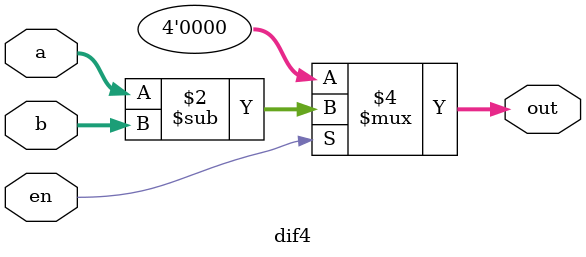
<source format=sv>
`timescale 1ns / 1ps


module dif4(
input logic [3:0]a, b,
input logic en,
output logic [3:0] out
    );
    always_comb
    if(en)
        out = a - b;
    else
        out = 0;
endmodule

</source>
